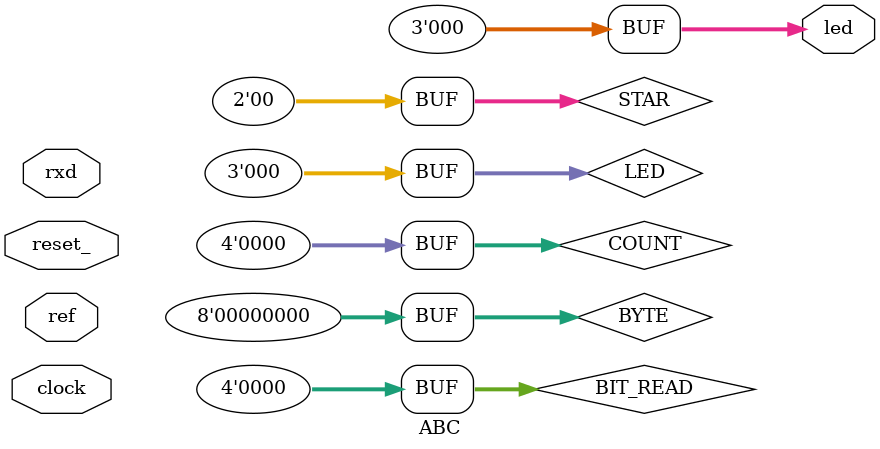
<source format=v>
module ABC (
    rxd, ref, led, 
    clock, reset_
);
    input rxd, clock, reset_;
    input[4:0] ref;
    output[2:0] led;


    reg[2:0] LED; assign led = LED;
    reg[1:0] STAR;
    reg[7:0] BYTE; // coda dei bit in entrata
    reg[3:0] BIT_READ; // numero dei bit letti
    reg[3:0] COUNT; // contatore dei cicli passati con rxd=spacing
    localparam S0 = 0, S1 = 1, S2 = 2, S3 = 3;

    always @(reset_ == 0) #1
    begin
        LED <= 3'b000;
        COUNT <= 0;
        BYTE <= 8'h00;
        BIT_READ <= 0;
        STAR <= S0;
    end

    always @(posedge clock) if (reset_ == 1) #3
    casex(STAR)
        S0: begin
            COUNT <= 0;
            STAR <= (rxd == 0) ? S1 : S0; // Aspetto che rxd scenda
        end
        S1: begin
            COUNT <= COUNT + 1; // conto per quanto sta giù
            STAR <= (rxd == 1) ? S2 : S1; // Aspetto che rxd risalga
        end
        S2: begin
            BYTE <= {(COUNT < 8) ? 1'b1 : 1'b0, BYTE[7:1]}; // Shift verso dx dei bit
            BIT_READ <= BIT_READ + 1;
            STAR <= (BIT_READ == 7) ? S3 : S0; // ho letto tutti i bit?
        end
        S3: begin
            LED <= (BYTE[7:3] == ref) ? BYTE[2:0] : LED; // devo aggoirnare l'output?
            BIT_READ <= 0; // Resetto contatore dei bit letti
            STAR <= S0;
        end
    endcase

endmodule

</source>
